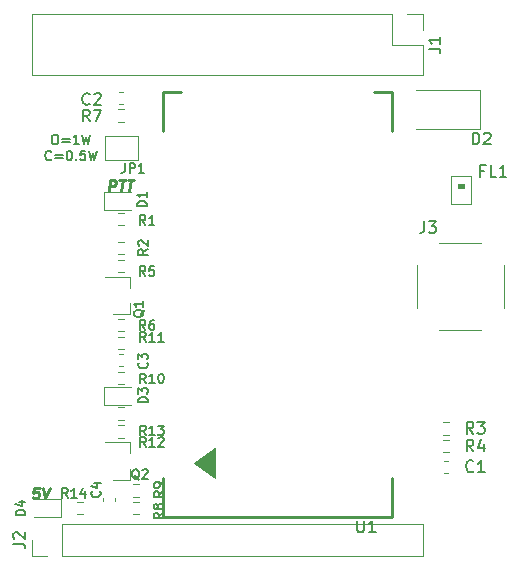
<source format=gbr>
%TF.GenerationSoftware,KiCad,Pcbnew,(5.1.9)-1*%
%TF.CreationDate,2021-09-15T13:57:53+03:00*%
%TF.ProjectId,voltlog UHF repeater,766f6c74-6c6f-4672-9055-484620726570,rev?*%
%TF.SameCoordinates,Original*%
%TF.FileFunction,Legend,Top*%
%TF.FilePolarity,Positive*%
%FSLAX46Y46*%
G04 Gerber Fmt 4.6, Leading zero omitted, Abs format (unit mm)*
G04 Created by KiCad (PCBNEW (5.1.9)-1) date 2021-09-15 13:57:53*
%MOMM*%
%LPD*%
G01*
G04 APERTURE LIST*
%ADD10C,0.225000*%
%ADD11C,0.150000*%
%ADD12C,0.100000*%
%ADD13C,0.250000*%
%ADD14C,0.120000*%
G04 APERTURE END LIST*
D10*
X172981272Y-48907142D02*
X173093772Y-48007142D01*
X173436629Y-48007142D01*
X173516986Y-48050000D01*
X173554486Y-48092857D01*
X173586629Y-48178571D01*
X173570558Y-48307142D01*
X173516986Y-48392857D01*
X173468772Y-48435714D01*
X173377700Y-48478571D01*
X173034843Y-48478571D01*
X173865200Y-48007142D02*
X174379486Y-48007142D01*
X174009843Y-48907142D02*
X174122343Y-48007142D01*
X174550915Y-48007142D02*
X175065200Y-48007142D01*
X174695558Y-48907142D02*
X174808058Y-48007142D01*
X167093772Y-74007142D02*
X166665200Y-74007142D01*
X166568772Y-74435714D01*
X166616986Y-74392857D01*
X166708058Y-74350000D01*
X166922343Y-74350000D01*
X167002700Y-74392857D01*
X167040200Y-74435714D01*
X167072343Y-74521428D01*
X167045558Y-74735714D01*
X166991986Y-74821428D01*
X166943772Y-74864285D01*
X166852700Y-74907142D01*
X166638415Y-74907142D01*
X166558058Y-74864285D01*
X166520558Y-74821428D01*
X167393772Y-74007142D02*
X167581272Y-74907142D01*
X167993772Y-74007142D01*
D11*
X168340476Y-44136904D02*
X168492857Y-44136904D01*
X168569047Y-44175000D01*
X168645238Y-44251190D01*
X168683333Y-44403571D01*
X168683333Y-44670238D01*
X168645238Y-44822619D01*
X168569047Y-44898809D01*
X168492857Y-44936904D01*
X168340476Y-44936904D01*
X168264285Y-44898809D01*
X168188095Y-44822619D01*
X168150000Y-44670238D01*
X168150000Y-44403571D01*
X168188095Y-44251190D01*
X168264285Y-44175000D01*
X168340476Y-44136904D01*
X169026190Y-44517857D02*
X169635714Y-44517857D01*
X169635714Y-44746428D02*
X169026190Y-44746428D01*
X170435714Y-44936904D02*
X169978571Y-44936904D01*
X170207142Y-44936904D02*
X170207142Y-44136904D01*
X170130952Y-44251190D01*
X170054761Y-44327380D01*
X169978571Y-44365476D01*
X170702380Y-44136904D02*
X170892857Y-44936904D01*
X171045238Y-44365476D01*
X171197619Y-44936904D01*
X171388095Y-44136904D01*
X168092857Y-46210714D02*
X168054761Y-46248809D01*
X167940476Y-46286904D01*
X167864285Y-46286904D01*
X167750000Y-46248809D01*
X167673809Y-46172619D01*
X167635714Y-46096428D01*
X167597619Y-45944047D01*
X167597619Y-45829761D01*
X167635714Y-45677380D01*
X167673809Y-45601190D01*
X167750000Y-45525000D01*
X167864285Y-45486904D01*
X167940476Y-45486904D01*
X168054761Y-45525000D01*
X168092857Y-45563095D01*
X168435714Y-45867857D02*
X169045238Y-45867857D01*
X169045238Y-46096428D02*
X168435714Y-46096428D01*
X169578571Y-45486904D02*
X169654761Y-45486904D01*
X169730952Y-45525000D01*
X169769047Y-45563095D01*
X169807142Y-45639285D01*
X169845238Y-45791666D01*
X169845238Y-45982142D01*
X169807142Y-46134523D01*
X169769047Y-46210714D01*
X169730952Y-46248809D01*
X169654761Y-46286904D01*
X169578571Y-46286904D01*
X169502380Y-46248809D01*
X169464285Y-46210714D01*
X169426190Y-46134523D01*
X169388095Y-45982142D01*
X169388095Y-45791666D01*
X169426190Y-45639285D01*
X169464285Y-45563095D01*
X169502380Y-45525000D01*
X169578571Y-45486904D01*
X170188095Y-46210714D02*
X170226190Y-46248809D01*
X170188095Y-46286904D01*
X170150000Y-46248809D01*
X170188095Y-46210714D01*
X170188095Y-46286904D01*
X170950000Y-45486904D02*
X170569047Y-45486904D01*
X170530952Y-45867857D01*
X170569047Y-45829761D01*
X170645238Y-45791666D01*
X170835714Y-45791666D01*
X170911904Y-45829761D01*
X170950000Y-45867857D01*
X170988095Y-45944047D01*
X170988095Y-46134523D01*
X170950000Y-46210714D01*
X170911904Y-46248809D01*
X170835714Y-46286904D01*
X170645238Y-46286904D01*
X170569047Y-46248809D01*
X170530952Y-46210714D01*
X171254761Y-45486904D02*
X171445238Y-46286904D01*
X171597619Y-45715476D01*
X171750000Y-46286904D01*
X171940476Y-45486904D01*
D12*
%TO.C,U1*%
G36*
X181950000Y-70675000D02*
G01*
X181950000Y-73175000D01*
X180200000Y-71925000D01*
X181950000Y-70675000D01*
G37*
X181950000Y-70675000D02*
X181950000Y-73175000D01*
X180200000Y-71925000D01*
X181950000Y-70675000D01*
D13*
X195450000Y-40500000D02*
X196950000Y-40500000D01*
X196950000Y-40500000D02*
X196950000Y-43800000D01*
X177550000Y-40500000D02*
X177550000Y-43800000D01*
X177550000Y-40500000D02*
X179050000Y-40500000D01*
X177550000Y-73200000D02*
X177550000Y-76500000D01*
X177550000Y-76500000D02*
X196950000Y-76500000D01*
X196950000Y-73200000D02*
X196950000Y-76500000D01*
D14*
%TO.C,Q2*%
X174760000Y-73330000D02*
X174760000Y-72400000D01*
X174760000Y-70170000D02*
X174760000Y-71100000D01*
X174760000Y-70170000D02*
X172600000Y-70170000D01*
X174760000Y-73330000D02*
X173300000Y-73330000D01*
%TO.C,Q1*%
X174760000Y-59330000D02*
X174760000Y-58400000D01*
X174760000Y-56170000D02*
X174760000Y-57100000D01*
X174760000Y-56170000D02*
X172600000Y-56170000D01*
X174760000Y-59330000D02*
X173300000Y-59330000D01*
%TO.C,FL1*%
X203600000Y-50000000D02*
X201900000Y-50000000D01*
X203600000Y-47600000D02*
X203600000Y-50000000D01*
X201900000Y-47600000D02*
X203600000Y-47600000D01*
X201900000Y-50000000D02*
X201900000Y-47600000D01*
D12*
G36*
X203000000Y-48300000D02*
G01*
X203000000Y-48675000D01*
X202525000Y-48675000D01*
X202525000Y-48300000D01*
X203000000Y-48300000D01*
G37*
X203000000Y-48300000D02*
X203000000Y-48675000D01*
X202525000Y-48675000D01*
X202525000Y-48300000D01*
X203000000Y-48300000D01*
D14*
%TO.C,J3*%
X199020000Y-55200000D02*
X199020000Y-58800000D01*
X206380000Y-55200000D02*
X206380000Y-58800000D01*
X200900000Y-60680000D02*
X204500000Y-60680000D01*
X200900000Y-53320000D02*
X204500000Y-53320000D01*
%TO.C,J1*%
X199580000Y-33920000D02*
X199580000Y-35250000D01*
X198250000Y-33920000D02*
X199580000Y-33920000D01*
X199580000Y-36520000D02*
X199580000Y-39120000D01*
X196980000Y-36520000D02*
X199580000Y-36520000D01*
X196980000Y-33920000D02*
X196980000Y-36520000D01*
X199580000Y-39120000D02*
X166440000Y-39120000D01*
X196980000Y-33920000D02*
X166440000Y-33920000D01*
X166440000Y-33920000D02*
X166440000Y-39120000D01*
%TO.C,R14*%
X170262742Y-76272500D02*
X170737258Y-76272500D01*
X170262742Y-75227500D02*
X170737258Y-75227500D01*
%TO.C,R13*%
X174237258Y-67227500D02*
X173762742Y-67227500D01*
X174237258Y-68272500D02*
X173762742Y-68272500D01*
%TO.C,R12*%
X174237258Y-68727500D02*
X173762742Y-68727500D01*
X174237258Y-69772500D02*
X173762742Y-69772500D01*
%TO.C,R11*%
X174237258Y-61227500D02*
X173762742Y-61227500D01*
X174237258Y-62272500D02*
X173762742Y-62272500D01*
%TO.C,R10*%
X174237258Y-64227500D02*
X173762742Y-64227500D01*
X174237258Y-65272500D02*
X173762742Y-65272500D01*
%TO.C,R9*%
X175012742Y-74772500D02*
X175487258Y-74772500D01*
X175012742Y-73727500D02*
X175487258Y-73727500D01*
%TO.C,R8*%
X175487258Y-75227500D02*
X175012742Y-75227500D01*
X175487258Y-76272500D02*
X175012742Y-76272500D01*
%TO.C,R7*%
X173762742Y-43022500D02*
X174237258Y-43022500D01*
X173762742Y-41977500D02*
X174237258Y-41977500D01*
%TO.C,R6*%
X174237258Y-59727500D02*
X173762742Y-59727500D01*
X174237258Y-60772500D02*
X173762742Y-60772500D01*
%TO.C,R5*%
X173762742Y-55772500D02*
X174237258Y-55772500D01*
X173762742Y-54727500D02*
X174237258Y-54727500D01*
%TO.C,R4*%
X201262742Y-71022500D02*
X201737258Y-71022500D01*
X201262742Y-69977500D02*
X201737258Y-69977500D01*
%TO.C,R3*%
X201262742Y-69522500D02*
X201737258Y-69522500D01*
X201262742Y-68477500D02*
X201737258Y-68477500D01*
%TO.C,R2*%
X174237258Y-53227500D02*
X173762742Y-53227500D01*
X174237258Y-54272500D02*
X173762742Y-54272500D01*
%TO.C,R1*%
X173762742Y-51772500D02*
X174237258Y-51772500D01*
X173762742Y-50727500D02*
X174237258Y-50727500D01*
%TO.C,JP1*%
X175400000Y-46250000D02*
X172600000Y-46250000D01*
X172600000Y-46250000D02*
X172600000Y-44250000D01*
X172600000Y-44250000D02*
X175400000Y-44250000D01*
X175400000Y-44250000D02*
X175400000Y-46250000D01*
%TO.C,J2*%
X166420000Y-79780000D02*
X166420000Y-78450000D01*
X167750000Y-79780000D02*
X166420000Y-79780000D01*
X169020000Y-79780000D02*
X169020000Y-77120000D01*
X169020000Y-77120000D02*
X199560000Y-77120000D01*
X169020000Y-79780000D02*
X199560000Y-79780000D01*
X199560000Y-79780000D02*
X199560000Y-77120000D01*
%TO.C,D4*%
X168885000Y-75015000D02*
X166600000Y-75015000D01*
X168885000Y-76485000D02*
X168885000Y-75015000D01*
X166600000Y-76485000D02*
X168885000Y-76485000D01*
%TO.C,D3*%
X172515000Y-66985000D02*
X174800000Y-66985000D01*
X172515000Y-65515000D02*
X172515000Y-66985000D01*
X174800000Y-65515000D02*
X172515000Y-65515000D01*
%TO.C,D2*%
X204400000Y-43650000D02*
X199000000Y-43650000D01*
X204400000Y-40350000D02*
X199000000Y-40350000D01*
X204400000Y-43650000D02*
X204400000Y-40350000D01*
%TO.C,D1*%
X172515000Y-50485000D02*
X174800000Y-50485000D01*
X172515000Y-49015000D02*
X172515000Y-50485000D01*
X174800000Y-49015000D02*
X172515000Y-49015000D01*
%TO.C,C4*%
X172490000Y-74859420D02*
X172490000Y-75140580D01*
X173510000Y-74859420D02*
X173510000Y-75140580D01*
%TO.C,C3*%
X173859420Y-63760000D02*
X174140580Y-63760000D01*
X173859420Y-62740000D02*
X174140580Y-62740000D01*
%TO.C,C2*%
X174140580Y-40490000D02*
X173859420Y-40490000D01*
X174140580Y-41510000D02*
X173859420Y-41510000D01*
%TO.C,C1*%
X201640580Y-71740000D02*
X201359420Y-71740000D01*
X201640580Y-72760000D02*
X201359420Y-72760000D01*
%TO.C,U1*%
D11*
X193988095Y-76802380D02*
X193988095Y-77611904D01*
X194035714Y-77707142D01*
X194083333Y-77754761D01*
X194178571Y-77802380D01*
X194369047Y-77802380D01*
X194464285Y-77754761D01*
X194511904Y-77707142D01*
X194559523Y-77611904D01*
X194559523Y-76802380D01*
X195559523Y-77802380D02*
X194988095Y-77802380D01*
X195273809Y-77802380D02*
X195273809Y-76802380D01*
X195178571Y-76945238D01*
X195083333Y-77040476D01*
X194988095Y-77088095D01*
%TO.C,Q2*%
X175523809Y-73338095D02*
X175447619Y-73300000D01*
X175371428Y-73223809D01*
X175257142Y-73109523D01*
X175180952Y-73071428D01*
X175104761Y-73071428D01*
X175142857Y-73261904D02*
X175066666Y-73223809D01*
X174990476Y-73147619D01*
X174952380Y-72995238D01*
X174952380Y-72728571D01*
X174990476Y-72576190D01*
X175066666Y-72500000D01*
X175142857Y-72461904D01*
X175295238Y-72461904D01*
X175371428Y-72500000D01*
X175447619Y-72576190D01*
X175485714Y-72728571D01*
X175485714Y-72995238D01*
X175447619Y-73147619D01*
X175371428Y-73223809D01*
X175295238Y-73261904D01*
X175142857Y-73261904D01*
X175790476Y-72538095D02*
X175828571Y-72500000D01*
X175904761Y-72461904D01*
X176095238Y-72461904D01*
X176171428Y-72500000D01*
X176209523Y-72538095D01*
X176247619Y-72614285D01*
X176247619Y-72690476D01*
X176209523Y-72804761D01*
X175752380Y-73261904D01*
X176247619Y-73261904D01*
%TO.C,Q1*%
X175938095Y-58976190D02*
X175900000Y-59052380D01*
X175823809Y-59128571D01*
X175709523Y-59242857D01*
X175671428Y-59319047D01*
X175671428Y-59395238D01*
X175861904Y-59357142D02*
X175823809Y-59433333D01*
X175747619Y-59509523D01*
X175595238Y-59547619D01*
X175328571Y-59547619D01*
X175176190Y-59509523D01*
X175100000Y-59433333D01*
X175061904Y-59357142D01*
X175061904Y-59204761D01*
X175100000Y-59128571D01*
X175176190Y-59052380D01*
X175328571Y-59014285D01*
X175595238Y-59014285D01*
X175747619Y-59052380D01*
X175823809Y-59128571D01*
X175861904Y-59204761D01*
X175861904Y-59357142D01*
X175861904Y-58252380D02*
X175861904Y-58709523D01*
X175861904Y-58480952D02*
X175061904Y-58480952D01*
X175176190Y-58557142D01*
X175252380Y-58633333D01*
X175290476Y-58709523D01*
%TO.C,FL1*%
X204761904Y-47178571D02*
X204428571Y-47178571D01*
X204428571Y-47702380D02*
X204428571Y-46702380D01*
X204904761Y-46702380D01*
X205761904Y-47702380D02*
X205285714Y-47702380D01*
X205285714Y-46702380D01*
X206619047Y-47702380D02*
X206047619Y-47702380D01*
X206333333Y-47702380D02*
X206333333Y-46702380D01*
X206238095Y-46845238D01*
X206142857Y-46940476D01*
X206047619Y-46988095D01*
%TO.C,J3*%
X199666666Y-51452380D02*
X199666666Y-52166666D01*
X199619047Y-52309523D01*
X199523809Y-52404761D01*
X199380952Y-52452380D01*
X199285714Y-52452380D01*
X200047619Y-51452380D02*
X200666666Y-51452380D01*
X200333333Y-51833333D01*
X200476190Y-51833333D01*
X200571428Y-51880952D01*
X200619047Y-51928571D01*
X200666666Y-52023809D01*
X200666666Y-52261904D01*
X200619047Y-52357142D01*
X200571428Y-52404761D01*
X200476190Y-52452380D01*
X200190476Y-52452380D01*
X200095238Y-52404761D01*
X200047619Y-52357142D01*
%TO.C,J1*%
X200032380Y-36853333D02*
X200746666Y-36853333D01*
X200889523Y-36900952D01*
X200984761Y-36996190D01*
X201032380Y-37139047D01*
X201032380Y-37234285D01*
X201032380Y-35853333D02*
X201032380Y-36424761D01*
X201032380Y-36139047D02*
X200032380Y-36139047D01*
X200175238Y-36234285D01*
X200270476Y-36329523D01*
X200318095Y-36424761D01*
%TO.C,R14*%
X169485714Y-74861904D02*
X169219047Y-74480952D01*
X169028571Y-74861904D02*
X169028571Y-74061904D01*
X169333333Y-74061904D01*
X169409523Y-74100000D01*
X169447619Y-74138095D01*
X169485714Y-74214285D01*
X169485714Y-74328571D01*
X169447619Y-74404761D01*
X169409523Y-74442857D01*
X169333333Y-74480952D01*
X169028571Y-74480952D01*
X170247619Y-74861904D02*
X169790476Y-74861904D01*
X170019047Y-74861904D02*
X170019047Y-74061904D01*
X169942857Y-74176190D01*
X169866666Y-74252380D01*
X169790476Y-74290476D01*
X170933333Y-74328571D02*
X170933333Y-74861904D01*
X170742857Y-74023809D02*
X170552380Y-74595238D01*
X171047619Y-74595238D01*
%TO.C,R13*%
X176085714Y-69561904D02*
X175819047Y-69180952D01*
X175628571Y-69561904D02*
X175628571Y-68761904D01*
X175933333Y-68761904D01*
X176009523Y-68800000D01*
X176047619Y-68838095D01*
X176085714Y-68914285D01*
X176085714Y-69028571D01*
X176047619Y-69104761D01*
X176009523Y-69142857D01*
X175933333Y-69180952D01*
X175628571Y-69180952D01*
X176847619Y-69561904D02*
X176390476Y-69561904D01*
X176619047Y-69561904D02*
X176619047Y-68761904D01*
X176542857Y-68876190D01*
X176466666Y-68952380D01*
X176390476Y-68990476D01*
X177114285Y-68761904D02*
X177609523Y-68761904D01*
X177342857Y-69066666D01*
X177457142Y-69066666D01*
X177533333Y-69104761D01*
X177571428Y-69142857D01*
X177609523Y-69219047D01*
X177609523Y-69409523D01*
X177571428Y-69485714D01*
X177533333Y-69523809D01*
X177457142Y-69561904D01*
X177228571Y-69561904D01*
X177152380Y-69523809D01*
X177114285Y-69485714D01*
%TO.C,R12*%
X176085714Y-70561904D02*
X175819047Y-70180952D01*
X175628571Y-70561904D02*
X175628571Y-69761904D01*
X175933333Y-69761904D01*
X176009523Y-69800000D01*
X176047619Y-69838095D01*
X176085714Y-69914285D01*
X176085714Y-70028571D01*
X176047619Y-70104761D01*
X176009523Y-70142857D01*
X175933333Y-70180952D01*
X175628571Y-70180952D01*
X176847619Y-70561904D02*
X176390476Y-70561904D01*
X176619047Y-70561904D02*
X176619047Y-69761904D01*
X176542857Y-69876190D01*
X176466666Y-69952380D01*
X176390476Y-69990476D01*
X177152380Y-69838095D02*
X177190476Y-69800000D01*
X177266666Y-69761904D01*
X177457142Y-69761904D01*
X177533333Y-69800000D01*
X177571428Y-69838095D01*
X177609523Y-69914285D01*
X177609523Y-69990476D01*
X177571428Y-70104761D01*
X177114285Y-70561904D01*
X177609523Y-70561904D01*
%TO.C,R11*%
X176085714Y-61661904D02*
X175819047Y-61280952D01*
X175628571Y-61661904D02*
X175628571Y-60861904D01*
X175933333Y-60861904D01*
X176009523Y-60900000D01*
X176047619Y-60938095D01*
X176085714Y-61014285D01*
X176085714Y-61128571D01*
X176047619Y-61204761D01*
X176009523Y-61242857D01*
X175933333Y-61280952D01*
X175628571Y-61280952D01*
X176847619Y-61661904D02*
X176390476Y-61661904D01*
X176619047Y-61661904D02*
X176619047Y-60861904D01*
X176542857Y-60976190D01*
X176466666Y-61052380D01*
X176390476Y-61090476D01*
X177609523Y-61661904D02*
X177152380Y-61661904D01*
X177380952Y-61661904D02*
X177380952Y-60861904D01*
X177304761Y-60976190D01*
X177228571Y-61052380D01*
X177152380Y-61090476D01*
%TO.C,R10*%
X176085714Y-65161904D02*
X175819047Y-64780952D01*
X175628571Y-65161904D02*
X175628571Y-64361904D01*
X175933333Y-64361904D01*
X176009523Y-64400000D01*
X176047619Y-64438095D01*
X176085714Y-64514285D01*
X176085714Y-64628571D01*
X176047619Y-64704761D01*
X176009523Y-64742857D01*
X175933333Y-64780952D01*
X175628571Y-64780952D01*
X176847619Y-65161904D02*
X176390476Y-65161904D01*
X176619047Y-65161904D02*
X176619047Y-64361904D01*
X176542857Y-64476190D01*
X176466666Y-64552380D01*
X176390476Y-64590476D01*
X177342857Y-64361904D02*
X177419047Y-64361904D01*
X177495238Y-64400000D01*
X177533333Y-64438095D01*
X177571428Y-64514285D01*
X177609523Y-64666666D01*
X177609523Y-64857142D01*
X177571428Y-65009523D01*
X177533333Y-65085714D01*
X177495238Y-65123809D01*
X177419047Y-65161904D01*
X177342857Y-65161904D01*
X177266666Y-65123809D01*
X177228571Y-65085714D01*
X177190476Y-65009523D01*
X177152380Y-64857142D01*
X177152380Y-64666666D01*
X177190476Y-64514285D01*
X177228571Y-64438095D01*
X177266666Y-64400000D01*
X177342857Y-64361904D01*
%TO.C,R9*%
X177561904Y-74333333D02*
X177180952Y-74600000D01*
X177561904Y-74790476D02*
X176761904Y-74790476D01*
X176761904Y-74485714D01*
X176800000Y-74409523D01*
X176838095Y-74371428D01*
X176914285Y-74333333D01*
X177028571Y-74333333D01*
X177104761Y-74371428D01*
X177142857Y-74409523D01*
X177180952Y-74485714D01*
X177180952Y-74790476D01*
X177561904Y-73952380D02*
X177561904Y-73800000D01*
X177523809Y-73723809D01*
X177485714Y-73685714D01*
X177371428Y-73609523D01*
X177219047Y-73571428D01*
X176914285Y-73571428D01*
X176838095Y-73609523D01*
X176800000Y-73647619D01*
X176761904Y-73723809D01*
X176761904Y-73876190D01*
X176800000Y-73952380D01*
X176838095Y-73990476D01*
X176914285Y-74028571D01*
X177104761Y-74028571D01*
X177180952Y-73990476D01*
X177219047Y-73952380D01*
X177257142Y-73876190D01*
X177257142Y-73723809D01*
X177219047Y-73647619D01*
X177180952Y-73609523D01*
X177104761Y-73571428D01*
%TO.C,R8*%
X177561904Y-76133333D02*
X177180952Y-76400000D01*
X177561904Y-76590476D02*
X176761904Y-76590476D01*
X176761904Y-76285714D01*
X176800000Y-76209523D01*
X176838095Y-76171428D01*
X176914285Y-76133333D01*
X177028571Y-76133333D01*
X177104761Y-76171428D01*
X177142857Y-76209523D01*
X177180952Y-76285714D01*
X177180952Y-76590476D01*
X177104761Y-75676190D02*
X177066666Y-75752380D01*
X177028571Y-75790476D01*
X176952380Y-75828571D01*
X176914285Y-75828571D01*
X176838095Y-75790476D01*
X176800000Y-75752380D01*
X176761904Y-75676190D01*
X176761904Y-75523809D01*
X176800000Y-75447619D01*
X176838095Y-75409523D01*
X176914285Y-75371428D01*
X176952380Y-75371428D01*
X177028571Y-75409523D01*
X177066666Y-75447619D01*
X177104761Y-75523809D01*
X177104761Y-75676190D01*
X177142857Y-75752380D01*
X177180952Y-75790476D01*
X177257142Y-75828571D01*
X177409523Y-75828571D01*
X177485714Y-75790476D01*
X177523809Y-75752380D01*
X177561904Y-75676190D01*
X177561904Y-75523809D01*
X177523809Y-75447619D01*
X177485714Y-75409523D01*
X177409523Y-75371428D01*
X177257142Y-75371428D01*
X177180952Y-75409523D01*
X177142857Y-75447619D01*
X177104761Y-75523809D01*
%TO.C,R7*%
X171333333Y-43002380D02*
X171000000Y-42526190D01*
X170761904Y-43002380D02*
X170761904Y-42002380D01*
X171142857Y-42002380D01*
X171238095Y-42050000D01*
X171285714Y-42097619D01*
X171333333Y-42192857D01*
X171333333Y-42335714D01*
X171285714Y-42430952D01*
X171238095Y-42478571D01*
X171142857Y-42526190D01*
X170761904Y-42526190D01*
X171666666Y-42002380D02*
X172333333Y-42002380D01*
X171904761Y-43002380D01*
%TO.C,R6*%
X176066666Y-60661904D02*
X175800000Y-60280952D01*
X175609523Y-60661904D02*
X175609523Y-59861904D01*
X175914285Y-59861904D01*
X175990476Y-59900000D01*
X176028571Y-59938095D01*
X176066666Y-60014285D01*
X176066666Y-60128571D01*
X176028571Y-60204761D01*
X175990476Y-60242857D01*
X175914285Y-60280952D01*
X175609523Y-60280952D01*
X176752380Y-59861904D02*
X176600000Y-59861904D01*
X176523809Y-59900000D01*
X176485714Y-59938095D01*
X176409523Y-60052380D01*
X176371428Y-60204761D01*
X176371428Y-60509523D01*
X176409523Y-60585714D01*
X176447619Y-60623809D01*
X176523809Y-60661904D01*
X176676190Y-60661904D01*
X176752380Y-60623809D01*
X176790476Y-60585714D01*
X176828571Y-60509523D01*
X176828571Y-60319047D01*
X176790476Y-60242857D01*
X176752380Y-60204761D01*
X176676190Y-60166666D01*
X176523809Y-60166666D01*
X176447619Y-60204761D01*
X176409523Y-60242857D01*
X176371428Y-60319047D01*
%TO.C,R5*%
X176066666Y-56061904D02*
X175800000Y-55680952D01*
X175609523Y-56061904D02*
X175609523Y-55261904D01*
X175914285Y-55261904D01*
X175990476Y-55300000D01*
X176028571Y-55338095D01*
X176066666Y-55414285D01*
X176066666Y-55528571D01*
X176028571Y-55604761D01*
X175990476Y-55642857D01*
X175914285Y-55680952D01*
X175609523Y-55680952D01*
X176790476Y-55261904D02*
X176409523Y-55261904D01*
X176371428Y-55642857D01*
X176409523Y-55604761D01*
X176485714Y-55566666D01*
X176676190Y-55566666D01*
X176752380Y-55604761D01*
X176790476Y-55642857D01*
X176828571Y-55719047D01*
X176828571Y-55909523D01*
X176790476Y-55985714D01*
X176752380Y-56023809D01*
X176676190Y-56061904D01*
X176485714Y-56061904D01*
X176409523Y-56023809D01*
X176371428Y-55985714D01*
%TO.C,R4*%
X203833333Y-70952380D02*
X203500000Y-70476190D01*
X203261904Y-70952380D02*
X203261904Y-69952380D01*
X203642857Y-69952380D01*
X203738095Y-70000000D01*
X203785714Y-70047619D01*
X203833333Y-70142857D01*
X203833333Y-70285714D01*
X203785714Y-70380952D01*
X203738095Y-70428571D01*
X203642857Y-70476190D01*
X203261904Y-70476190D01*
X204690476Y-70285714D02*
X204690476Y-70952380D01*
X204452380Y-69904761D02*
X204214285Y-70619047D01*
X204833333Y-70619047D01*
%TO.C,R3*%
X203833333Y-69452380D02*
X203500000Y-68976190D01*
X203261904Y-69452380D02*
X203261904Y-68452380D01*
X203642857Y-68452380D01*
X203738095Y-68500000D01*
X203785714Y-68547619D01*
X203833333Y-68642857D01*
X203833333Y-68785714D01*
X203785714Y-68880952D01*
X203738095Y-68928571D01*
X203642857Y-68976190D01*
X203261904Y-68976190D01*
X204166666Y-68452380D02*
X204785714Y-68452380D01*
X204452380Y-68833333D01*
X204595238Y-68833333D01*
X204690476Y-68880952D01*
X204738095Y-68928571D01*
X204785714Y-69023809D01*
X204785714Y-69261904D01*
X204738095Y-69357142D01*
X204690476Y-69404761D01*
X204595238Y-69452380D01*
X204309523Y-69452380D01*
X204214285Y-69404761D01*
X204166666Y-69357142D01*
%TO.C,R2*%
X176261904Y-53833333D02*
X175880952Y-54100000D01*
X176261904Y-54290476D02*
X175461904Y-54290476D01*
X175461904Y-53985714D01*
X175500000Y-53909523D01*
X175538095Y-53871428D01*
X175614285Y-53833333D01*
X175728571Y-53833333D01*
X175804761Y-53871428D01*
X175842857Y-53909523D01*
X175880952Y-53985714D01*
X175880952Y-54290476D01*
X175538095Y-53528571D02*
X175500000Y-53490476D01*
X175461904Y-53414285D01*
X175461904Y-53223809D01*
X175500000Y-53147619D01*
X175538095Y-53109523D01*
X175614285Y-53071428D01*
X175690476Y-53071428D01*
X175804761Y-53109523D01*
X176261904Y-53566666D01*
X176261904Y-53071428D01*
%TO.C,R1*%
X176066666Y-51761904D02*
X175800000Y-51380952D01*
X175609523Y-51761904D02*
X175609523Y-50961904D01*
X175914285Y-50961904D01*
X175990476Y-51000000D01*
X176028571Y-51038095D01*
X176066666Y-51114285D01*
X176066666Y-51228571D01*
X176028571Y-51304761D01*
X175990476Y-51342857D01*
X175914285Y-51380952D01*
X175609523Y-51380952D01*
X176828571Y-51761904D02*
X176371428Y-51761904D01*
X176600000Y-51761904D02*
X176600000Y-50961904D01*
X176523809Y-51076190D01*
X176447619Y-51152380D01*
X176371428Y-51190476D01*
%TO.C,JP1*%
X174333333Y-46561904D02*
X174333333Y-47133333D01*
X174295238Y-47247619D01*
X174219047Y-47323809D01*
X174104761Y-47361904D01*
X174028571Y-47361904D01*
X174714285Y-47361904D02*
X174714285Y-46561904D01*
X175019047Y-46561904D01*
X175095238Y-46600000D01*
X175133333Y-46638095D01*
X175171428Y-46714285D01*
X175171428Y-46828571D01*
X175133333Y-46904761D01*
X175095238Y-46942857D01*
X175019047Y-46980952D01*
X174714285Y-46980952D01*
X175933333Y-47361904D02*
X175476190Y-47361904D01*
X175704761Y-47361904D02*
X175704761Y-46561904D01*
X175628571Y-46676190D01*
X175552380Y-46752380D01*
X175476190Y-46790476D01*
%TO.C,J2*%
X164872380Y-78783333D02*
X165586666Y-78783333D01*
X165729523Y-78830952D01*
X165824761Y-78926190D01*
X165872380Y-79069047D01*
X165872380Y-79164285D01*
X164967619Y-78354761D02*
X164920000Y-78307142D01*
X164872380Y-78211904D01*
X164872380Y-77973809D01*
X164920000Y-77878571D01*
X164967619Y-77830952D01*
X165062857Y-77783333D01*
X165158095Y-77783333D01*
X165300952Y-77830952D01*
X165872380Y-78402380D01*
X165872380Y-77783333D01*
%TO.C,D4*%
X165861904Y-76340476D02*
X165061904Y-76340476D01*
X165061904Y-76150000D01*
X165100000Y-76035714D01*
X165176190Y-75959523D01*
X165252380Y-75921428D01*
X165404761Y-75883333D01*
X165519047Y-75883333D01*
X165671428Y-75921428D01*
X165747619Y-75959523D01*
X165823809Y-76035714D01*
X165861904Y-76150000D01*
X165861904Y-76340476D01*
X165328571Y-75197619D02*
X165861904Y-75197619D01*
X165023809Y-75388095D02*
X165595238Y-75578571D01*
X165595238Y-75083333D01*
%TO.C,D3*%
X176261904Y-66790476D02*
X175461904Y-66790476D01*
X175461904Y-66600000D01*
X175500000Y-66485714D01*
X175576190Y-66409523D01*
X175652380Y-66371428D01*
X175804761Y-66333333D01*
X175919047Y-66333333D01*
X176071428Y-66371428D01*
X176147619Y-66409523D01*
X176223809Y-66485714D01*
X176261904Y-66600000D01*
X176261904Y-66790476D01*
X175461904Y-66066666D02*
X175461904Y-65571428D01*
X175766666Y-65838095D01*
X175766666Y-65723809D01*
X175804761Y-65647619D01*
X175842857Y-65609523D01*
X175919047Y-65571428D01*
X176109523Y-65571428D01*
X176185714Y-65609523D01*
X176223809Y-65647619D01*
X176261904Y-65723809D01*
X176261904Y-65952380D01*
X176223809Y-66028571D01*
X176185714Y-66066666D01*
%TO.C,D2*%
X203761904Y-44952380D02*
X203761904Y-43952380D01*
X204000000Y-43952380D01*
X204142857Y-44000000D01*
X204238095Y-44095238D01*
X204285714Y-44190476D01*
X204333333Y-44380952D01*
X204333333Y-44523809D01*
X204285714Y-44714285D01*
X204238095Y-44809523D01*
X204142857Y-44904761D01*
X204000000Y-44952380D01*
X203761904Y-44952380D01*
X204714285Y-44047619D02*
X204761904Y-44000000D01*
X204857142Y-43952380D01*
X205095238Y-43952380D01*
X205190476Y-44000000D01*
X205238095Y-44047619D01*
X205285714Y-44142857D01*
X205285714Y-44238095D01*
X205238095Y-44380952D01*
X204666666Y-44952380D01*
X205285714Y-44952380D01*
%TO.C,D1*%
X176161904Y-50190476D02*
X175361904Y-50190476D01*
X175361904Y-50000000D01*
X175400000Y-49885714D01*
X175476190Y-49809523D01*
X175552380Y-49771428D01*
X175704761Y-49733333D01*
X175819047Y-49733333D01*
X175971428Y-49771428D01*
X176047619Y-49809523D01*
X176123809Y-49885714D01*
X176161904Y-50000000D01*
X176161904Y-50190476D01*
X176161904Y-48971428D02*
X176161904Y-49428571D01*
X176161904Y-49200000D02*
X175361904Y-49200000D01*
X175476190Y-49276190D01*
X175552380Y-49352380D01*
X175590476Y-49428571D01*
%TO.C,C4*%
X172185714Y-74333333D02*
X172223809Y-74371428D01*
X172261904Y-74485714D01*
X172261904Y-74561904D01*
X172223809Y-74676190D01*
X172147619Y-74752380D01*
X172071428Y-74790476D01*
X171919047Y-74828571D01*
X171804761Y-74828571D01*
X171652380Y-74790476D01*
X171576190Y-74752380D01*
X171500000Y-74676190D01*
X171461904Y-74561904D01*
X171461904Y-74485714D01*
X171500000Y-74371428D01*
X171538095Y-74333333D01*
X171728571Y-73647619D02*
X172261904Y-73647619D01*
X171423809Y-73838095D02*
X171995238Y-74028571D01*
X171995238Y-73533333D01*
%TO.C,C3*%
X176185714Y-63433333D02*
X176223809Y-63471428D01*
X176261904Y-63585714D01*
X176261904Y-63661904D01*
X176223809Y-63776190D01*
X176147619Y-63852380D01*
X176071428Y-63890476D01*
X175919047Y-63928571D01*
X175804761Y-63928571D01*
X175652380Y-63890476D01*
X175576190Y-63852380D01*
X175500000Y-63776190D01*
X175461904Y-63661904D01*
X175461904Y-63585714D01*
X175500000Y-63471428D01*
X175538095Y-63433333D01*
X175461904Y-63166666D02*
X175461904Y-62671428D01*
X175766666Y-62938095D01*
X175766666Y-62823809D01*
X175804761Y-62747619D01*
X175842857Y-62709523D01*
X175919047Y-62671428D01*
X176109523Y-62671428D01*
X176185714Y-62709523D01*
X176223809Y-62747619D01*
X176261904Y-62823809D01*
X176261904Y-63052380D01*
X176223809Y-63128571D01*
X176185714Y-63166666D01*
%TO.C,C2*%
X171333333Y-41507142D02*
X171285714Y-41554761D01*
X171142857Y-41602380D01*
X171047619Y-41602380D01*
X170904761Y-41554761D01*
X170809523Y-41459523D01*
X170761904Y-41364285D01*
X170714285Y-41173809D01*
X170714285Y-41030952D01*
X170761904Y-40840476D01*
X170809523Y-40745238D01*
X170904761Y-40650000D01*
X171047619Y-40602380D01*
X171142857Y-40602380D01*
X171285714Y-40650000D01*
X171333333Y-40697619D01*
X171714285Y-40697619D02*
X171761904Y-40650000D01*
X171857142Y-40602380D01*
X172095238Y-40602380D01*
X172190476Y-40650000D01*
X172238095Y-40697619D01*
X172285714Y-40792857D01*
X172285714Y-40888095D01*
X172238095Y-41030952D01*
X171666666Y-41602380D01*
X172285714Y-41602380D01*
%TO.C,C1*%
X203833333Y-72607142D02*
X203785714Y-72654761D01*
X203642857Y-72702380D01*
X203547619Y-72702380D01*
X203404761Y-72654761D01*
X203309523Y-72559523D01*
X203261904Y-72464285D01*
X203214285Y-72273809D01*
X203214285Y-72130952D01*
X203261904Y-71940476D01*
X203309523Y-71845238D01*
X203404761Y-71750000D01*
X203547619Y-71702380D01*
X203642857Y-71702380D01*
X203785714Y-71750000D01*
X203833333Y-71797619D01*
X204785714Y-72702380D02*
X204214285Y-72702380D01*
X204500000Y-72702380D02*
X204500000Y-71702380D01*
X204404761Y-71845238D01*
X204309523Y-71940476D01*
X204214285Y-71988095D01*
%TD*%
M02*

</source>
